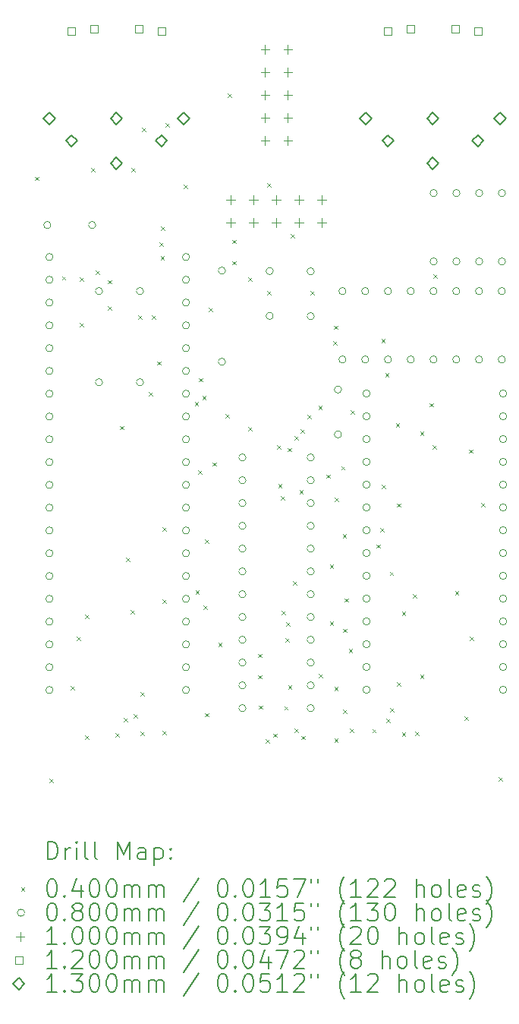
<source format=gbr>
%FSLAX45Y45*%
G04 Gerber Fmt 4.5, Leading zero omitted, Abs format (unit mm)*
G04 Created by KiCad (PCBNEW 6.0.2+dfsg-1) date 2025-05-07 23:53:28*
%MOMM*%
%LPD*%
G01*
G04 APERTURE LIST*
%ADD10C,0.200000*%
%ADD11C,0.040000*%
%ADD12C,0.080000*%
%ADD13C,0.100000*%
%ADD14C,0.120000*%
%ADD15C,0.130000*%
G04 APERTURE END LIST*
D10*
D11*
X12138840Y-6979490D02*
X12178840Y-7019490D01*
X12178840Y-6979490D02*
X12138840Y-7019490D01*
X12299760Y-13687670D02*
X12339760Y-13727670D01*
X12339760Y-13687670D02*
X12299760Y-13727670D01*
X12440230Y-8088540D02*
X12480230Y-8128540D01*
X12480230Y-8088540D02*
X12440230Y-8128540D01*
X12534650Y-12654150D02*
X12574650Y-12694150D01*
X12574650Y-12654150D02*
X12534650Y-12694150D01*
X12607340Y-12106920D02*
X12647340Y-12146920D01*
X12647340Y-12106920D02*
X12607340Y-12146920D01*
X12636460Y-8098660D02*
X12676460Y-8138660D01*
X12676460Y-8098660D02*
X12636460Y-8138660D01*
X12636460Y-8608230D02*
X12676460Y-8648230D01*
X12676460Y-8608230D02*
X12636460Y-8648230D01*
X12695020Y-11857720D02*
X12735020Y-11897720D01*
X12735020Y-11857720D02*
X12695020Y-11897720D01*
X12695020Y-13204120D02*
X12735020Y-13244120D01*
X12735020Y-13204120D02*
X12695020Y-13244120D01*
X12766390Y-6880120D02*
X12806390Y-6920120D01*
X12806390Y-6880120D02*
X12766390Y-6920120D01*
X12814790Y-8023120D02*
X12854790Y-8063120D01*
X12854790Y-8023120D02*
X12814790Y-8063120D01*
X12950380Y-8131160D02*
X12990380Y-8171160D01*
X12990380Y-8131160D02*
X12950380Y-8171160D01*
X12950380Y-8422690D02*
X12990380Y-8462690D01*
X12990380Y-8422690D02*
X12950380Y-8462690D01*
X13034570Y-13178430D02*
X13074570Y-13218430D01*
X13074570Y-13178430D02*
X13034570Y-13218430D01*
X13086630Y-9756040D02*
X13126630Y-9796040D01*
X13126630Y-9756040D02*
X13086630Y-9796040D01*
X13127850Y-13013100D02*
X13167850Y-13053100D01*
X13167850Y-13013100D02*
X13127850Y-13053100D01*
X13154450Y-11227120D02*
X13194450Y-11267120D01*
X13194450Y-11227120D02*
X13154450Y-11267120D01*
X13204370Y-11806970D02*
X13244370Y-11846970D01*
X13244370Y-11806970D02*
X13204370Y-11846970D01*
X13211800Y-6880760D02*
X13251800Y-6920760D01*
X13251800Y-6880760D02*
X13211800Y-6920760D01*
X13236690Y-12969390D02*
X13276690Y-13009390D01*
X13276690Y-12969390D02*
X13236690Y-13009390D01*
X13288600Y-8526710D02*
X13328600Y-8566710D01*
X13328600Y-8526710D02*
X13288600Y-8566710D01*
X13318150Y-12721380D02*
X13358150Y-12761380D01*
X13358150Y-12721380D02*
X13318150Y-12761380D01*
X13318150Y-13162600D02*
X13358150Y-13202600D01*
X13358150Y-13162600D02*
X13318150Y-13202600D01*
X13332800Y-6435740D02*
X13372800Y-6475740D01*
X13372800Y-6435740D02*
X13332800Y-6475740D01*
X13410750Y-9379900D02*
X13450750Y-9419900D01*
X13450750Y-9379900D02*
X13410750Y-9419900D01*
X13440280Y-8526630D02*
X13480280Y-8566630D01*
X13480280Y-8526630D02*
X13440280Y-8566630D01*
X13499700Y-9036630D02*
X13539700Y-9076630D01*
X13539700Y-9036630D02*
X13499700Y-9076630D01*
X13527310Y-7714520D02*
X13567310Y-7754520D01*
X13567310Y-7714520D02*
X13527310Y-7754520D01*
X13541290Y-7865290D02*
X13581290Y-7905290D01*
X13581290Y-7865290D02*
X13541290Y-7905290D01*
X13545670Y-7534350D02*
X13585670Y-7574350D01*
X13585670Y-7534350D02*
X13545670Y-7574350D01*
X13558750Y-13153820D02*
X13598750Y-13193820D01*
X13598750Y-13153820D02*
X13558750Y-13193820D01*
X13563110Y-10886830D02*
X13603110Y-10926830D01*
X13603110Y-10886830D02*
X13563110Y-10926830D01*
X13563110Y-11689280D02*
X13603110Y-11729280D01*
X13603110Y-11689280D02*
X13563110Y-11729280D01*
X13594400Y-6380800D02*
X13634400Y-6420800D01*
X13634400Y-6380800D02*
X13594400Y-6420800D01*
X13796490Y-7067690D02*
X13836490Y-7107690D01*
X13836490Y-7067690D02*
X13796490Y-7107690D01*
X13921910Y-9490600D02*
X13961910Y-9530600D01*
X13961910Y-9490600D02*
X13921910Y-9530600D01*
X13928760Y-11587220D02*
X13968760Y-11627220D01*
X13968760Y-11587220D02*
X13928760Y-11627220D01*
X13962090Y-10254560D02*
X14002090Y-10294560D01*
X14002090Y-10254560D02*
X13962090Y-10294560D01*
X13970710Y-9223060D02*
X14010710Y-9263060D01*
X14010710Y-9223060D02*
X13970710Y-9263060D01*
X14006440Y-9421140D02*
X14046440Y-9461140D01*
X14046440Y-9421140D02*
X14006440Y-9461140D01*
X14020670Y-11760270D02*
X14060670Y-11800270D01*
X14060670Y-11760270D02*
X14020670Y-11800270D01*
X14036190Y-11024910D02*
X14076190Y-11064910D01*
X14076190Y-11024910D02*
X14036190Y-11064910D01*
X14036380Y-12956340D02*
X14076380Y-12996340D01*
X14076380Y-12956340D02*
X14036380Y-12996340D01*
X14078380Y-8440410D02*
X14118380Y-8480410D01*
X14118380Y-8440410D02*
X14078380Y-8480410D01*
X14121070Y-10163000D02*
X14161070Y-10203000D01*
X14161070Y-10163000D02*
X14121070Y-10203000D01*
X14182500Y-12172300D02*
X14222500Y-12212300D01*
X14222500Y-12172300D02*
X14182500Y-12212300D01*
X14262750Y-9622940D02*
X14302750Y-9662940D01*
X14302750Y-9622940D02*
X14262750Y-9662940D01*
X14287410Y-6051980D02*
X14327410Y-6091980D01*
X14327410Y-6051980D02*
X14287410Y-6091980D01*
X14341150Y-7682420D02*
X14381150Y-7722420D01*
X14381150Y-7682420D02*
X14341150Y-7722420D01*
X14341150Y-7918300D02*
X14381150Y-7958300D01*
X14381150Y-7918300D02*
X14341150Y-7958300D01*
X14517220Y-9769750D02*
X14557220Y-9809750D01*
X14557220Y-9769750D02*
X14517220Y-9809750D01*
X14519520Y-8103770D02*
X14559520Y-8143770D01*
X14559520Y-8103770D02*
X14519520Y-8143770D01*
X14625750Y-12296900D02*
X14665750Y-12336900D01*
X14665750Y-12296900D02*
X14625750Y-12336900D01*
X14626760Y-12533870D02*
X14666760Y-12573870D01*
X14666760Y-12533870D02*
X14626760Y-12573870D01*
X14637230Y-12871270D02*
X14677230Y-12911270D01*
X14677230Y-12871270D02*
X14637230Y-12911270D01*
X14709930Y-13251210D02*
X14749930Y-13291210D01*
X14749930Y-13251210D02*
X14709930Y-13291210D01*
X14727560Y-7053430D02*
X14767560Y-7093430D01*
X14767560Y-7053430D02*
X14727560Y-7093430D01*
X14729320Y-8255260D02*
X14769320Y-8295260D01*
X14769320Y-8255260D02*
X14729320Y-8295260D01*
X14800460Y-13186220D02*
X14840460Y-13226220D01*
X14840460Y-13186220D02*
X14800460Y-13226220D01*
X14840410Y-9974800D02*
X14880410Y-10014800D01*
X14880410Y-9974800D02*
X14840410Y-10014800D01*
X14851760Y-10401500D02*
X14891760Y-10441500D01*
X14891760Y-10401500D02*
X14851760Y-10441500D01*
X14882570Y-10542310D02*
X14922570Y-10582310D01*
X14922570Y-10542310D02*
X14882570Y-10582310D01*
X14891680Y-11821200D02*
X14931680Y-11861200D01*
X14931680Y-11821200D02*
X14891680Y-11861200D01*
X14920000Y-12881450D02*
X14960000Y-12921450D01*
X14960000Y-12881450D02*
X14920000Y-12921450D01*
X14934160Y-12124600D02*
X14974160Y-12164600D01*
X14974160Y-12124600D02*
X14934160Y-12164600D01*
X14943050Y-11947750D02*
X14983050Y-11987750D01*
X14983050Y-11947750D02*
X14943050Y-11987750D01*
X14957950Y-10002220D02*
X14997950Y-10042220D01*
X14997950Y-10002220D02*
X14957950Y-10042220D01*
X14963700Y-12649810D02*
X15003700Y-12689810D01*
X15003700Y-12649810D02*
X14963700Y-12689810D01*
X14992530Y-7616740D02*
X15032530Y-7656740D01*
X15032530Y-7616740D02*
X14992530Y-7656740D01*
X15016000Y-11487500D02*
X15056000Y-11527500D01*
X15056000Y-11487500D02*
X15016000Y-11527500D01*
X15031600Y-9869050D02*
X15071600Y-9909050D01*
X15071600Y-9869050D02*
X15031600Y-9909050D01*
X15036390Y-13130400D02*
X15076390Y-13170400D01*
X15076390Y-13130400D02*
X15036390Y-13170400D01*
X15090590Y-10470200D02*
X15130590Y-10510200D01*
X15130590Y-10470200D02*
X15090590Y-10510200D01*
X15100340Y-9796080D02*
X15140340Y-9836080D01*
X15140340Y-9796080D02*
X15100340Y-9836080D01*
X15110800Y-13210270D02*
X15150800Y-13250270D01*
X15150800Y-13210270D02*
X15110800Y-13250270D01*
X15180760Y-9634470D02*
X15220760Y-9674470D01*
X15220760Y-9634470D02*
X15180760Y-9674470D01*
X15212400Y-8253540D02*
X15252400Y-8293540D01*
X15252400Y-8253540D02*
X15212400Y-8293540D01*
X15300310Y-9530290D02*
X15340310Y-9570290D01*
X15340310Y-9530290D02*
X15300310Y-9570290D01*
X15303390Y-12519770D02*
X15343390Y-12559770D01*
X15343390Y-12519770D02*
X15303390Y-12559770D01*
X15387670Y-10299420D02*
X15427670Y-10339420D01*
X15427670Y-10299420D02*
X15387670Y-10339420D01*
X15427260Y-11303420D02*
X15467260Y-11343420D01*
X15467260Y-11303420D02*
X15427260Y-11343420D01*
X15427260Y-11939280D02*
X15467260Y-11979280D01*
X15467260Y-11939280D02*
X15427260Y-11979280D01*
X15464570Y-8815290D02*
X15504570Y-8855290D01*
X15504570Y-8815290D02*
X15464570Y-8855290D01*
X15475700Y-8638010D02*
X15515700Y-8678010D01*
X15515700Y-8638010D02*
X15475700Y-8678010D01*
X15479000Y-12666410D02*
X15519000Y-12706410D01*
X15519000Y-12666410D02*
X15479000Y-12706410D01*
X15479000Y-13239930D02*
X15519000Y-13279930D01*
X15519000Y-13239930D02*
X15479000Y-13279930D01*
X15480360Y-10559300D02*
X15520360Y-10599300D01*
X15520360Y-10559300D02*
X15480360Y-10599300D01*
X15554300Y-10206080D02*
X15594300Y-10246080D01*
X15594300Y-10206080D02*
X15554300Y-10246080D01*
X15572320Y-10960780D02*
X15612320Y-11000780D01*
X15612320Y-10960780D02*
X15572320Y-11000780D01*
X15573460Y-12916770D02*
X15613460Y-12956770D01*
X15613460Y-12916770D02*
X15573460Y-12956770D01*
X15575680Y-12016250D02*
X15615680Y-12056250D01*
X15615680Y-12016250D02*
X15575680Y-12056250D01*
X15592270Y-11679130D02*
X15632270Y-11719130D01*
X15632270Y-11679130D02*
X15592270Y-11719130D01*
X15639900Y-12238940D02*
X15679900Y-12278940D01*
X15679900Y-12238940D02*
X15639900Y-12278940D01*
X15652230Y-13129010D02*
X15692230Y-13169010D01*
X15692230Y-13129010D02*
X15652230Y-13169010D01*
X15660280Y-9583840D02*
X15700280Y-9623840D01*
X15700280Y-9583840D02*
X15660280Y-9623840D01*
X15902700Y-13134890D02*
X15942700Y-13174890D01*
X15942700Y-13134890D02*
X15902700Y-13174890D01*
X15948620Y-11077700D02*
X15988620Y-11117700D01*
X15988620Y-11077700D02*
X15948620Y-11117700D01*
X15991520Y-10897330D02*
X16031520Y-10937330D01*
X16031520Y-10897330D02*
X15991520Y-10937330D01*
X16003970Y-8789270D02*
X16043970Y-8829270D01*
X16043970Y-8789270D02*
X16003970Y-8829270D01*
X16010210Y-10414190D02*
X16050210Y-10454190D01*
X16050210Y-10414190D02*
X16010210Y-10454190D01*
X16046650Y-9166100D02*
X16086650Y-9206100D01*
X16086650Y-9166100D02*
X16046650Y-9206100D01*
X16060470Y-13021590D02*
X16100470Y-13061590D01*
X16100470Y-13021590D02*
X16060470Y-13061590D01*
X16098190Y-11383210D02*
X16138190Y-11423210D01*
X16138190Y-11383210D02*
X16098190Y-11423210D01*
X16102910Y-12903850D02*
X16142910Y-12943850D01*
X16142910Y-12903850D02*
X16102910Y-12943850D01*
X16164660Y-9726020D02*
X16204660Y-9766020D01*
X16204660Y-9726020D02*
X16164660Y-9766020D01*
X16178020Y-10620400D02*
X16218020Y-10660400D01*
X16218020Y-10620400D02*
X16178020Y-10660400D01*
X16179100Y-12611730D02*
X16219100Y-12651730D01*
X16219100Y-12611730D02*
X16179100Y-12651730D01*
X16231830Y-13175650D02*
X16271830Y-13215650D01*
X16271830Y-13175650D02*
X16231830Y-13215650D01*
X16232120Y-11829250D02*
X16272120Y-11869250D01*
X16272120Y-11829250D02*
X16232120Y-11869250D01*
X16357080Y-11631830D02*
X16397080Y-11671830D01*
X16397080Y-11631830D02*
X16357080Y-11671830D01*
X16379490Y-13162500D02*
X16419490Y-13202500D01*
X16419490Y-13162500D02*
X16379490Y-13202500D01*
X16435760Y-12531090D02*
X16475760Y-12571090D01*
X16475760Y-12531090D02*
X16435760Y-12571090D01*
X16435940Y-9820200D02*
X16475940Y-9860200D01*
X16475940Y-9820200D02*
X16435940Y-9860200D01*
X16543970Y-9502170D02*
X16583970Y-9542170D01*
X16583970Y-9502170D02*
X16543970Y-9542170D01*
X16575340Y-9969750D02*
X16615340Y-10009750D01*
X16615340Y-9969750D02*
X16575340Y-10009750D01*
X16582900Y-8068900D02*
X16622900Y-8108900D01*
X16622900Y-8068900D02*
X16582900Y-8108900D01*
X16824460Y-11597980D02*
X16864460Y-11637980D01*
X16864460Y-11597980D02*
X16824460Y-11637980D01*
X16929410Y-12996380D02*
X16969410Y-13036380D01*
X16969410Y-12996380D02*
X16929410Y-13036380D01*
X16982020Y-10020180D02*
X17022020Y-10060180D01*
X17022020Y-10020180D02*
X16982020Y-10060180D01*
X16991050Y-12108360D02*
X17031050Y-12148360D01*
X17031050Y-12108360D02*
X16991050Y-12148360D01*
X17115030Y-10615160D02*
X17155030Y-10655160D01*
X17155030Y-10615160D02*
X17115030Y-10655160D01*
X17313360Y-13671200D02*
X17353360Y-13711200D01*
X17353360Y-13671200D02*
X17313360Y-13711200D01*
D12*
X12316200Y-7518400D02*
G75*
G03*
X12316200Y-7518400I-40000J0D01*
G01*
X12340000Y-7874000D02*
G75*
G03*
X12340000Y-7874000I-40000J0D01*
G01*
X12340000Y-8128000D02*
G75*
G03*
X12340000Y-8128000I-40000J0D01*
G01*
X12340000Y-8382000D02*
G75*
G03*
X12340000Y-8382000I-40000J0D01*
G01*
X12340000Y-8636000D02*
G75*
G03*
X12340000Y-8636000I-40000J0D01*
G01*
X12340000Y-8890000D02*
G75*
G03*
X12340000Y-8890000I-40000J0D01*
G01*
X12340000Y-9144000D02*
G75*
G03*
X12340000Y-9144000I-40000J0D01*
G01*
X12340000Y-9398000D02*
G75*
G03*
X12340000Y-9398000I-40000J0D01*
G01*
X12340000Y-9652000D02*
G75*
G03*
X12340000Y-9652000I-40000J0D01*
G01*
X12340000Y-9906000D02*
G75*
G03*
X12340000Y-9906000I-40000J0D01*
G01*
X12340000Y-10160000D02*
G75*
G03*
X12340000Y-10160000I-40000J0D01*
G01*
X12340000Y-10414000D02*
G75*
G03*
X12340000Y-10414000I-40000J0D01*
G01*
X12340000Y-10668000D02*
G75*
G03*
X12340000Y-10668000I-40000J0D01*
G01*
X12340000Y-10922000D02*
G75*
G03*
X12340000Y-10922000I-40000J0D01*
G01*
X12340000Y-11176000D02*
G75*
G03*
X12340000Y-11176000I-40000J0D01*
G01*
X12340000Y-11430000D02*
G75*
G03*
X12340000Y-11430000I-40000J0D01*
G01*
X12340000Y-11684000D02*
G75*
G03*
X12340000Y-11684000I-40000J0D01*
G01*
X12340000Y-11938000D02*
G75*
G03*
X12340000Y-11938000I-40000J0D01*
G01*
X12340000Y-12192000D02*
G75*
G03*
X12340000Y-12192000I-40000J0D01*
G01*
X12340000Y-12446000D02*
G75*
G03*
X12340000Y-12446000I-40000J0D01*
G01*
X12340000Y-12700000D02*
G75*
G03*
X12340000Y-12700000I-40000J0D01*
G01*
X12816200Y-7518400D02*
G75*
G03*
X12816200Y-7518400I-40000J0D01*
G01*
X12892400Y-8255000D02*
G75*
G03*
X12892400Y-8255000I-40000J0D01*
G01*
X12892400Y-9271000D02*
G75*
G03*
X12892400Y-9271000I-40000J0D01*
G01*
X13349600Y-8255000D02*
G75*
G03*
X13349600Y-8255000I-40000J0D01*
G01*
X13349600Y-9271000D02*
G75*
G03*
X13349600Y-9271000I-40000J0D01*
G01*
X13864000Y-7874000D02*
G75*
G03*
X13864000Y-7874000I-40000J0D01*
G01*
X13864000Y-8128000D02*
G75*
G03*
X13864000Y-8128000I-40000J0D01*
G01*
X13864000Y-8382000D02*
G75*
G03*
X13864000Y-8382000I-40000J0D01*
G01*
X13864000Y-8636000D02*
G75*
G03*
X13864000Y-8636000I-40000J0D01*
G01*
X13864000Y-8890000D02*
G75*
G03*
X13864000Y-8890000I-40000J0D01*
G01*
X13864000Y-9144000D02*
G75*
G03*
X13864000Y-9144000I-40000J0D01*
G01*
X13864000Y-9398000D02*
G75*
G03*
X13864000Y-9398000I-40000J0D01*
G01*
X13864000Y-9652000D02*
G75*
G03*
X13864000Y-9652000I-40000J0D01*
G01*
X13864000Y-9906000D02*
G75*
G03*
X13864000Y-9906000I-40000J0D01*
G01*
X13864000Y-10160000D02*
G75*
G03*
X13864000Y-10160000I-40000J0D01*
G01*
X13864000Y-10414000D02*
G75*
G03*
X13864000Y-10414000I-40000J0D01*
G01*
X13864000Y-10668000D02*
G75*
G03*
X13864000Y-10668000I-40000J0D01*
G01*
X13864000Y-10922000D02*
G75*
G03*
X13864000Y-10922000I-40000J0D01*
G01*
X13864000Y-11176000D02*
G75*
G03*
X13864000Y-11176000I-40000J0D01*
G01*
X13864000Y-11430000D02*
G75*
G03*
X13864000Y-11430000I-40000J0D01*
G01*
X13864000Y-11684000D02*
G75*
G03*
X13864000Y-11684000I-40000J0D01*
G01*
X13864000Y-11938000D02*
G75*
G03*
X13864000Y-11938000I-40000J0D01*
G01*
X13864000Y-12192000D02*
G75*
G03*
X13864000Y-12192000I-40000J0D01*
G01*
X13864000Y-12446000D02*
G75*
G03*
X13864000Y-12446000I-40000J0D01*
G01*
X13864000Y-12700000D02*
G75*
G03*
X13864000Y-12700000I-40000J0D01*
G01*
X14264000Y-8026400D02*
G75*
G03*
X14264000Y-8026400I-40000J0D01*
G01*
X14264000Y-9042400D02*
G75*
G03*
X14264000Y-9042400I-40000J0D01*
G01*
X14492600Y-10109200D02*
G75*
G03*
X14492600Y-10109200I-40000J0D01*
G01*
X14492600Y-10363200D02*
G75*
G03*
X14492600Y-10363200I-40000J0D01*
G01*
X14492600Y-10617200D02*
G75*
G03*
X14492600Y-10617200I-40000J0D01*
G01*
X14492600Y-10871200D02*
G75*
G03*
X14492600Y-10871200I-40000J0D01*
G01*
X14492600Y-11125200D02*
G75*
G03*
X14492600Y-11125200I-40000J0D01*
G01*
X14492600Y-11379200D02*
G75*
G03*
X14492600Y-11379200I-40000J0D01*
G01*
X14492600Y-11633200D02*
G75*
G03*
X14492600Y-11633200I-40000J0D01*
G01*
X14492600Y-11887200D02*
G75*
G03*
X14492600Y-11887200I-40000J0D01*
G01*
X14492600Y-12141200D02*
G75*
G03*
X14492600Y-12141200I-40000J0D01*
G01*
X14492600Y-12395200D02*
G75*
G03*
X14492600Y-12395200I-40000J0D01*
G01*
X14492600Y-12649200D02*
G75*
G03*
X14492600Y-12649200I-40000J0D01*
G01*
X14492600Y-12903200D02*
G75*
G03*
X14492600Y-12903200I-40000J0D01*
G01*
X14797400Y-8030400D02*
G75*
G03*
X14797400Y-8030400I-40000J0D01*
G01*
X14797400Y-8530400D02*
G75*
G03*
X14797400Y-8530400I-40000J0D01*
G01*
X15254600Y-8034400D02*
G75*
G03*
X15254600Y-8034400I-40000J0D01*
G01*
X15254600Y-8534400D02*
G75*
G03*
X15254600Y-8534400I-40000J0D01*
G01*
X15254600Y-10109200D02*
G75*
G03*
X15254600Y-10109200I-40000J0D01*
G01*
X15254600Y-10363200D02*
G75*
G03*
X15254600Y-10363200I-40000J0D01*
G01*
X15254600Y-10617200D02*
G75*
G03*
X15254600Y-10617200I-40000J0D01*
G01*
X15254600Y-10871200D02*
G75*
G03*
X15254600Y-10871200I-40000J0D01*
G01*
X15254600Y-11125200D02*
G75*
G03*
X15254600Y-11125200I-40000J0D01*
G01*
X15254600Y-11379200D02*
G75*
G03*
X15254600Y-11379200I-40000J0D01*
G01*
X15254600Y-11633200D02*
G75*
G03*
X15254600Y-11633200I-40000J0D01*
G01*
X15254600Y-11887200D02*
G75*
G03*
X15254600Y-11887200I-40000J0D01*
G01*
X15254600Y-12141200D02*
G75*
G03*
X15254600Y-12141200I-40000J0D01*
G01*
X15254600Y-12395200D02*
G75*
G03*
X15254600Y-12395200I-40000J0D01*
G01*
X15254600Y-12649200D02*
G75*
G03*
X15254600Y-12649200I-40000J0D01*
G01*
X15254600Y-12903200D02*
G75*
G03*
X15254600Y-12903200I-40000J0D01*
G01*
X15559400Y-9351200D02*
G75*
G03*
X15559400Y-9351200I-40000J0D01*
G01*
X15559400Y-9851200D02*
G75*
G03*
X15559400Y-9851200I-40000J0D01*
G01*
X15609200Y-8254000D02*
G75*
G03*
X15609200Y-8254000I-40000J0D01*
G01*
X15609200Y-9016000D02*
G75*
G03*
X15609200Y-9016000I-40000J0D01*
G01*
X15863200Y-8254000D02*
G75*
G03*
X15863200Y-8254000I-40000J0D01*
G01*
X15863200Y-9016000D02*
G75*
G03*
X15863200Y-9016000I-40000J0D01*
G01*
X15877500Y-9396500D02*
G75*
G03*
X15877500Y-9396500I-40000J0D01*
G01*
X15877500Y-9650500D02*
G75*
G03*
X15877500Y-9650500I-40000J0D01*
G01*
X15877500Y-9904500D02*
G75*
G03*
X15877500Y-9904500I-40000J0D01*
G01*
X15877500Y-10158500D02*
G75*
G03*
X15877500Y-10158500I-40000J0D01*
G01*
X15877500Y-10412500D02*
G75*
G03*
X15877500Y-10412500I-40000J0D01*
G01*
X15877500Y-10666500D02*
G75*
G03*
X15877500Y-10666500I-40000J0D01*
G01*
X15877500Y-10920500D02*
G75*
G03*
X15877500Y-10920500I-40000J0D01*
G01*
X15877500Y-11174500D02*
G75*
G03*
X15877500Y-11174500I-40000J0D01*
G01*
X15877500Y-11428500D02*
G75*
G03*
X15877500Y-11428500I-40000J0D01*
G01*
X15877500Y-11682500D02*
G75*
G03*
X15877500Y-11682500I-40000J0D01*
G01*
X15877500Y-11936500D02*
G75*
G03*
X15877500Y-11936500I-40000J0D01*
G01*
X15877500Y-12190500D02*
G75*
G03*
X15877500Y-12190500I-40000J0D01*
G01*
X15877500Y-12444500D02*
G75*
G03*
X15877500Y-12444500I-40000J0D01*
G01*
X15877500Y-12698500D02*
G75*
G03*
X15877500Y-12698500I-40000J0D01*
G01*
X16117200Y-8254000D02*
G75*
G03*
X16117200Y-8254000I-40000J0D01*
G01*
X16117200Y-9016000D02*
G75*
G03*
X16117200Y-9016000I-40000J0D01*
G01*
X16371200Y-8254000D02*
G75*
G03*
X16371200Y-8254000I-40000J0D01*
G01*
X16371200Y-9016000D02*
G75*
G03*
X16371200Y-9016000I-40000J0D01*
G01*
X16625200Y-8254000D02*
G75*
G03*
X16625200Y-8254000I-40000J0D01*
G01*
X16625200Y-9016000D02*
G75*
G03*
X16625200Y-9016000I-40000J0D01*
G01*
X16627200Y-7161800D02*
G75*
G03*
X16627200Y-7161800I-40000J0D01*
G01*
X16627200Y-7923800D02*
G75*
G03*
X16627200Y-7923800I-40000J0D01*
G01*
X16879200Y-8254000D02*
G75*
G03*
X16879200Y-8254000I-40000J0D01*
G01*
X16879200Y-9016000D02*
G75*
G03*
X16879200Y-9016000I-40000J0D01*
G01*
X16881200Y-7161800D02*
G75*
G03*
X16881200Y-7161800I-40000J0D01*
G01*
X16881200Y-7923800D02*
G75*
G03*
X16881200Y-7923800I-40000J0D01*
G01*
X17133200Y-8254000D02*
G75*
G03*
X17133200Y-8254000I-40000J0D01*
G01*
X17133200Y-9016000D02*
G75*
G03*
X17133200Y-9016000I-40000J0D01*
G01*
X17135200Y-7161800D02*
G75*
G03*
X17135200Y-7161800I-40000J0D01*
G01*
X17135200Y-7923800D02*
G75*
G03*
X17135200Y-7923800I-40000J0D01*
G01*
X17387200Y-8254000D02*
G75*
G03*
X17387200Y-8254000I-40000J0D01*
G01*
X17387200Y-9016000D02*
G75*
G03*
X17387200Y-9016000I-40000J0D01*
G01*
X17389200Y-7161800D02*
G75*
G03*
X17389200Y-7161800I-40000J0D01*
G01*
X17389200Y-7923800D02*
G75*
G03*
X17389200Y-7923800I-40000J0D01*
G01*
X17401500Y-9396500D02*
G75*
G03*
X17401500Y-9396500I-40000J0D01*
G01*
X17401500Y-9650500D02*
G75*
G03*
X17401500Y-9650500I-40000J0D01*
G01*
X17401500Y-9904500D02*
G75*
G03*
X17401500Y-9904500I-40000J0D01*
G01*
X17401500Y-10158500D02*
G75*
G03*
X17401500Y-10158500I-40000J0D01*
G01*
X17401500Y-10412500D02*
G75*
G03*
X17401500Y-10412500I-40000J0D01*
G01*
X17401500Y-10666500D02*
G75*
G03*
X17401500Y-10666500I-40000J0D01*
G01*
X17401500Y-10920500D02*
G75*
G03*
X17401500Y-10920500I-40000J0D01*
G01*
X17401500Y-11174500D02*
G75*
G03*
X17401500Y-11174500I-40000J0D01*
G01*
X17401500Y-11428500D02*
G75*
G03*
X17401500Y-11428500I-40000J0D01*
G01*
X17401500Y-11682500D02*
G75*
G03*
X17401500Y-11682500I-40000J0D01*
G01*
X17401500Y-11936500D02*
G75*
G03*
X17401500Y-11936500I-40000J0D01*
G01*
X17401500Y-12190500D02*
G75*
G03*
X17401500Y-12190500I-40000J0D01*
G01*
X17401500Y-12444500D02*
G75*
G03*
X17401500Y-12444500I-40000J0D01*
G01*
X17401500Y-12698500D02*
G75*
G03*
X17401500Y-12698500I-40000J0D01*
G01*
D13*
X14325100Y-7188500D02*
X14325100Y-7288500D01*
X14275100Y-7238500D02*
X14375100Y-7238500D01*
X14325100Y-7442500D02*
X14325100Y-7542500D01*
X14275100Y-7492500D02*
X14375100Y-7492500D01*
X14579100Y-7188500D02*
X14579100Y-7288500D01*
X14529100Y-7238500D02*
X14629100Y-7238500D01*
X14579100Y-7442500D02*
X14579100Y-7542500D01*
X14529100Y-7492500D02*
X14629100Y-7492500D01*
X14706600Y-5512600D02*
X14706600Y-5612600D01*
X14656600Y-5562600D02*
X14756600Y-5562600D01*
X14706600Y-5766600D02*
X14706600Y-5866600D01*
X14656600Y-5816600D02*
X14756600Y-5816600D01*
X14706600Y-6020600D02*
X14706600Y-6120600D01*
X14656600Y-6070600D02*
X14756600Y-6070600D01*
X14706600Y-6274600D02*
X14706600Y-6374600D01*
X14656600Y-6324600D02*
X14756600Y-6324600D01*
X14706600Y-6528600D02*
X14706600Y-6628600D01*
X14656600Y-6578600D02*
X14756600Y-6578600D01*
X14833100Y-7188500D02*
X14833100Y-7288500D01*
X14783100Y-7238500D02*
X14883100Y-7238500D01*
X14833100Y-7442500D02*
X14833100Y-7542500D01*
X14783100Y-7492500D02*
X14883100Y-7492500D01*
X14960600Y-5512600D02*
X14960600Y-5612600D01*
X14910600Y-5562600D02*
X15010600Y-5562600D01*
X14960600Y-5766600D02*
X14960600Y-5866600D01*
X14910600Y-5816600D02*
X15010600Y-5816600D01*
X14960600Y-6020600D02*
X14960600Y-6120600D01*
X14910600Y-6070600D02*
X15010600Y-6070600D01*
X14960600Y-6274600D02*
X14960600Y-6374600D01*
X14910600Y-6324600D02*
X15010600Y-6324600D01*
X14960600Y-6528600D02*
X14960600Y-6628600D01*
X14910600Y-6578600D02*
X15010600Y-6578600D01*
X15087100Y-7188500D02*
X15087100Y-7288500D01*
X15037100Y-7238500D02*
X15137100Y-7238500D01*
X15087100Y-7442500D02*
X15087100Y-7542500D01*
X15037100Y-7492500D02*
X15137100Y-7492500D01*
X15341100Y-7188500D02*
X15341100Y-7288500D01*
X15291100Y-7238500D02*
X15391100Y-7238500D01*
X15341100Y-7442500D02*
X15341100Y-7542500D01*
X15291100Y-7492500D02*
X15391100Y-7492500D01*
D14*
X12590027Y-5401827D02*
X12590027Y-5316973D01*
X12505173Y-5316973D01*
X12505173Y-5401827D01*
X12590027Y-5401827D01*
X12840027Y-5371827D02*
X12840027Y-5286973D01*
X12755173Y-5286973D01*
X12755173Y-5371827D01*
X12840027Y-5371827D01*
X13340027Y-5371827D02*
X13340027Y-5286973D01*
X13255173Y-5286973D01*
X13255173Y-5371827D01*
X13340027Y-5371827D01*
X13590027Y-5401827D02*
X13590027Y-5316973D01*
X13505173Y-5316973D01*
X13505173Y-5401827D01*
X13590027Y-5401827D01*
X16120627Y-5401827D02*
X16120627Y-5316973D01*
X16035773Y-5316973D01*
X16035773Y-5401827D01*
X16120627Y-5401827D01*
X16370627Y-5371827D02*
X16370627Y-5286973D01*
X16285773Y-5286973D01*
X16285773Y-5371827D01*
X16370627Y-5371827D01*
X16870627Y-5371827D02*
X16870627Y-5286973D01*
X16785773Y-5286973D01*
X16785773Y-5371827D01*
X16870627Y-5371827D01*
X17120627Y-5401827D02*
X17120627Y-5316973D01*
X17035773Y-5316973D01*
X17035773Y-5401827D01*
X17120627Y-5401827D01*
D15*
X12297600Y-6394400D02*
X12362600Y-6329400D01*
X12297600Y-6264400D01*
X12232600Y-6329400D01*
X12297600Y-6394400D01*
X12547600Y-6644400D02*
X12612600Y-6579400D01*
X12547600Y-6514400D01*
X12482600Y-6579400D01*
X12547600Y-6644400D01*
X13047600Y-6394400D02*
X13112600Y-6329400D01*
X13047600Y-6264400D01*
X12982600Y-6329400D01*
X13047600Y-6394400D01*
X13047600Y-6894400D02*
X13112600Y-6829400D01*
X13047600Y-6764400D01*
X12982600Y-6829400D01*
X13047600Y-6894400D01*
X13547600Y-6644400D02*
X13612600Y-6579400D01*
X13547600Y-6514400D01*
X13482600Y-6579400D01*
X13547600Y-6644400D01*
X13797600Y-6394400D02*
X13862600Y-6329400D01*
X13797600Y-6264400D01*
X13732600Y-6329400D01*
X13797600Y-6394400D01*
X15828200Y-6394400D02*
X15893200Y-6329400D01*
X15828200Y-6264400D01*
X15763200Y-6329400D01*
X15828200Y-6394400D01*
X16078200Y-6644400D02*
X16143200Y-6579400D01*
X16078200Y-6514400D01*
X16013200Y-6579400D01*
X16078200Y-6644400D01*
X16578200Y-6394400D02*
X16643200Y-6329400D01*
X16578200Y-6264400D01*
X16513200Y-6329400D01*
X16578200Y-6394400D01*
X16578200Y-6894400D02*
X16643200Y-6829400D01*
X16578200Y-6764400D01*
X16513200Y-6829400D01*
X16578200Y-6894400D01*
X17078200Y-6644400D02*
X17143200Y-6579400D01*
X17078200Y-6514400D01*
X17013200Y-6579400D01*
X17078200Y-6644400D01*
X17328200Y-6394400D02*
X17393200Y-6329400D01*
X17328200Y-6264400D01*
X17263200Y-6329400D01*
X17328200Y-6394400D01*
D10*
X12280429Y-14588936D02*
X12280429Y-14388936D01*
X12328048Y-14388936D01*
X12356619Y-14398460D01*
X12375667Y-14417508D01*
X12385191Y-14436555D01*
X12394715Y-14474650D01*
X12394715Y-14503222D01*
X12385191Y-14541317D01*
X12375667Y-14560365D01*
X12356619Y-14579412D01*
X12328048Y-14588936D01*
X12280429Y-14588936D01*
X12480429Y-14588936D02*
X12480429Y-14455603D01*
X12480429Y-14493698D02*
X12489953Y-14474650D01*
X12499477Y-14465127D01*
X12518524Y-14455603D01*
X12537572Y-14455603D01*
X12604238Y-14588936D02*
X12604238Y-14455603D01*
X12604238Y-14388936D02*
X12594715Y-14398460D01*
X12604238Y-14407984D01*
X12613762Y-14398460D01*
X12604238Y-14388936D01*
X12604238Y-14407984D01*
X12728048Y-14588936D02*
X12709000Y-14579412D01*
X12699477Y-14560365D01*
X12699477Y-14388936D01*
X12832810Y-14588936D02*
X12813762Y-14579412D01*
X12804238Y-14560365D01*
X12804238Y-14388936D01*
X13061381Y-14588936D02*
X13061381Y-14388936D01*
X13128048Y-14531793D01*
X13194715Y-14388936D01*
X13194715Y-14588936D01*
X13375667Y-14588936D02*
X13375667Y-14484174D01*
X13366143Y-14465127D01*
X13347096Y-14455603D01*
X13309000Y-14455603D01*
X13289953Y-14465127D01*
X13375667Y-14579412D02*
X13356619Y-14588936D01*
X13309000Y-14588936D01*
X13289953Y-14579412D01*
X13280429Y-14560365D01*
X13280429Y-14541317D01*
X13289953Y-14522269D01*
X13309000Y-14512746D01*
X13356619Y-14512746D01*
X13375667Y-14503222D01*
X13470905Y-14455603D02*
X13470905Y-14655603D01*
X13470905Y-14465127D02*
X13489953Y-14455603D01*
X13528048Y-14455603D01*
X13547096Y-14465127D01*
X13556619Y-14474650D01*
X13566143Y-14493698D01*
X13566143Y-14550841D01*
X13556619Y-14569888D01*
X13547096Y-14579412D01*
X13528048Y-14588936D01*
X13489953Y-14588936D01*
X13470905Y-14579412D01*
X13651858Y-14569888D02*
X13661381Y-14579412D01*
X13651858Y-14588936D01*
X13642334Y-14579412D01*
X13651858Y-14569888D01*
X13651858Y-14588936D01*
X13651858Y-14465127D02*
X13661381Y-14474650D01*
X13651858Y-14484174D01*
X13642334Y-14474650D01*
X13651858Y-14465127D01*
X13651858Y-14484174D01*
D11*
X11982810Y-14898460D02*
X12022810Y-14938460D01*
X12022810Y-14898460D02*
X11982810Y-14938460D01*
D10*
X12318524Y-14808936D02*
X12337572Y-14808936D01*
X12356619Y-14818460D01*
X12366143Y-14827984D01*
X12375667Y-14847031D01*
X12385191Y-14885127D01*
X12385191Y-14932746D01*
X12375667Y-14970841D01*
X12366143Y-14989888D01*
X12356619Y-14999412D01*
X12337572Y-15008936D01*
X12318524Y-15008936D01*
X12299477Y-14999412D01*
X12289953Y-14989888D01*
X12280429Y-14970841D01*
X12270905Y-14932746D01*
X12270905Y-14885127D01*
X12280429Y-14847031D01*
X12289953Y-14827984D01*
X12299477Y-14818460D01*
X12318524Y-14808936D01*
X12470905Y-14989888D02*
X12480429Y-14999412D01*
X12470905Y-15008936D01*
X12461381Y-14999412D01*
X12470905Y-14989888D01*
X12470905Y-15008936D01*
X12651858Y-14875603D02*
X12651858Y-15008936D01*
X12604238Y-14799412D02*
X12556619Y-14942269D01*
X12680429Y-14942269D01*
X12794715Y-14808936D02*
X12813762Y-14808936D01*
X12832810Y-14818460D01*
X12842334Y-14827984D01*
X12851858Y-14847031D01*
X12861381Y-14885127D01*
X12861381Y-14932746D01*
X12851858Y-14970841D01*
X12842334Y-14989888D01*
X12832810Y-14999412D01*
X12813762Y-15008936D01*
X12794715Y-15008936D01*
X12775667Y-14999412D01*
X12766143Y-14989888D01*
X12756619Y-14970841D01*
X12747096Y-14932746D01*
X12747096Y-14885127D01*
X12756619Y-14847031D01*
X12766143Y-14827984D01*
X12775667Y-14818460D01*
X12794715Y-14808936D01*
X12985191Y-14808936D02*
X13004238Y-14808936D01*
X13023286Y-14818460D01*
X13032810Y-14827984D01*
X13042334Y-14847031D01*
X13051858Y-14885127D01*
X13051858Y-14932746D01*
X13042334Y-14970841D01*
X13032810Y-14989888D01*
X13023286Y-14999412D01*
X13004238Y-15008936D01*
X12985191Y-15008936D01*
X12966143Y-14999412D01*
X12956619Y-14989888D01*
X12947096Y-14970841D01*
X12937572Y-14932746D01*
X12937572Y-14885127D01*
X12947096Y-14847031D01*
X12956619Y-14827984D01*
X12966143Y-14818460D01*
X12985191Y-14808936D01*
X13137572Y-15008936D02*
X13137572Y-14875603D01*
X13137572Y-14894650D02*
X13147096Y-14885127D01*
X13166143Y-14875603D01*
X13194715Y-14875603D01*
X13213762Y-14885127D01*
X13223286Y-14904174D01*
X13223286Y-15008936D01*
X13223286Y-14904174D02*
X13232810Y-14885127D01*
X13251858Y-14875603D01*
X13280429Y-14875603D01*
X13299477Y-14885127D01*
X13309000Y-14904174D01*
X13309000Y-15008936D01*
X13404238Y-15008936D02*
X13404238Y-14875603D01*
X13404238Y-14894650D02*
X13413762Y-14885127D01*
X13432810Y-14875603D01*
X13461381Y-14875603D01*
X13480429Y-14885127D01*
X13489953Y-14904174D01*
X13489953Y-15008936D01*
X13489953Y-14904174D02*
X13499477Y-14885127D01*
X13518524Y-14875603D01*
X13547096Y-14875603D01*
X13566143Y-14885127D01*
X13575667Y-14904174D01*
X13575667Y-15008936D01*
X13966143Y-14799412D02*
X13794715Y-15056555D01*
X14223286Y-14808936D02*
X14242334Y-14808936D01*
X14261381Y-14818460D01*
X14270905Y-14827984D01*
X14280429Y-14847031D01*
X14289953Y-14885127D01*
X14289953Y-14932746D01*
X14280429Y-14970841D01*
X14270905Y-14989888D01*
X14261381Y-14999412D01*
X14242334Y-15008936D01*
X14223286Y-15008936D01*
X14204238Y-14999412D01*
X14194715Y-14989888D01*
X14185191Y-14970841D01*
X14175667Y-14932746D01*
X14175667Y-14885127D01*
X14185191Y-14847031D01*
X14194715Y-14827984D01*
X14204238Y-14818460D01*
X14223286Y-14808936D01*
X14375667Y-14989888D02*
X14385191Y-14999412D01*
X14375667Y-15008936D01*
X14366143Y-14999412D01*
X14375667Y-14989888D01*
X14375667Y-15008936D01*
X14509000Y-14808936D02*
X14528048Y-14808936D01*
X14547096Y-14818460D01*
X14556619Y-14827984D01*
X14566143Y-14847031D01*
X14575667Y-14885127D01*
X14575667Y-14932746D01*
X14566143Y-14970841D01*
X14556619Y-14989888D01*
X14547096Y-14999412D01*
X14528048Y-15008936D01*
X14509000Y-15008936D01*
X14489953Y-14999412D01*
X14480429Y-14989888D01*
X14470905Y-14970841D01*
X14461381Y-14932746D01*
X14461381Y-14885127D01*
X14470905Y-14847031D01*
X14480429Y-14827984D01*
X14489953Y-14818460D01*
X14509000Y-14808936D01*
X14766143Y-15008936D02*
X14651858Y-15008936D01*
X14709000Y-15008936D02*
X14709000Y-14808936D01*
X14689953Y-14837508D01*
X14670905Y-14856555D01*
X14651858Y-14866079D01*
X14947096Y-14808936D02*
X14851858Y-14808936D01*
X14842334Y-14904174D01*
X14851858Y-14894650D01*
X14870905Y-14885127D01*
X14918524Y-14885127D01*
X14937572Y-14894650D01*
X14947096Y-14904174D01*
X14956619Y-14923222D01*
X14956619Y-14970841D01*
X14947096Y-14989888D01*
X14937572Y-14999412D01*
X14918524Y-15008936D01*
X14870905Y-15008936D01*
X14851858Y-14999412D01*
X14842334Y-14989888D01*
X15023286Y-14808936D02*
X15156619Y-14808936D01*
X15070905Y-15008936D01*
X15223286Y-14808936D02*
X15223286Y-14847031D01*
X15299477Y-14808936D02*
X15299477Y-14847031D01*
X15594715Y-15085127D02*
X15585191Y-15075603D01*
X15566143Y-15047031D01*
X15556619Y-15027984D01*
X15547096Y-14999412D01*
X15537572Y-14951793D01*
X15537572Y-14913698D01*
X15547096Y-14866079D01*
X15556619Y-14837508D01*
X15566143Y-14818460D01*
X15585191Y-14789888D01*
X15594715Y-14780365D01*
X15775667Y-15008936D02*
X15661381Y-15008936D01*
X15718524Y-15008936D02*
X15718524Y-14808936D01*
X15699477Y-14837508D01*
X15680429Y-14856555D01*
X15661381Y-14866079D01*
X15851858Y-14827984D02*
X15861381Y-14818460D01*
X15880429Y-14808936D01*
X15928048Y-14808936D01*
X15947096Y-14818460D01*
X15956619Y-14827984D01*
X15966143Y-14847031D01*
X15966143Y-14866079D01*
X15956619Y-14894650D01*
X15842334Y-15008936D01*
X15966143Y-15008936D01*
X16042334Y-14827984D02*
X16051858Y-14818460D01*
X16070905Y-14808936D01*
X16118524Y-14808936D01*
X16137572Y-14818460D01*
X16147096Y-14827984D01*
X16156619Y-14847031D01*
X16156619Y-14866079D01*
X16147096Y-14894650D01*
X16032810Y-15008936D01*
X16156619Y-15008936D01*
X16394715Y-15008936D02*
X16394715Y-14808936D01*
X16480429Y-15008936D02*
X16480429Y-14904174D01*
X16470905Y-14885127D01*
X16451858Y-14875603D01*
X16423286Y-14875603D01*
X16404238Y-14885127D01*
X16394715Y-14894650D01*
X16604238Y-15008936D02*
X16585191Y-14999412D01*
X16575667Y-14989888D01*
X16566143Y-14970841D01*
X16566143Y-14913698D01*
X16575667Y-14894650D01*
X16585191Y-14885127D01*
X16604238Y-14875603D01*
X16632810Y-14875603D01*
X16651858Y-14885127D01*
X16661381Y-14894650D01*
X16670905Y-14913698D01*
X16670905Y-14970841D01*
X16661381Y-14989888D01*
X16651858Y-14999412D01*
X16632810Y-15008936D01*
X16604238Y-15008936D01*
X16785191Y-15008936D02*
X16766143Y-14999412D01*
X16756619Y-14980365D01*
X16756619Y-14808936D01*
X16937572Y-14999412D02*
X16918524Y-15008936D01*
X16880429Y-15008936D01*
X16861381Y-14999412D01*
X16851858Y-14980365D01*
X16851858Y-14904174D01*
X16861381Y-14885127D01*
X16880429Y-14875603D01*
X16918524Y-14875603D01*
X16937572Y-14885127D01*
X16947096Y-14904174D01*
X16947096Y-14923222D01*
X16851858Y-14942269D01*
X17023286Y-14999412D02*
X17042334Y-15008936D01*
X17080429Y-15008936D01*
X17099477Y-14999412D01*
X17109000Y-14980365D01*
X17109000Y-14970841D01*
X17099477Y-14951793D01*
X17080429Y-14942269D01*
X17051858Y-14942269D01*
X17032810Y-14932746D01*
X17023286Y-14913698D01*
X17023286Y-14904174D01*
X17032810Y-14885127D01*
X17051858Y-14875603D01*
X17080429Y-14875603D01*
X17099477Y-14885127D01*
X17175667Y-15085127D02*
X17185191Y-15075603D01*
X17204239Y-15047031D01*
X17213762Y-15027984D01*
X17223286Y-14999412D01*
X17232810Y-14951793D01*
X17232810Y-14913698D01*
X17223286Y-14866079D01*
X17213762Y-14837508D01*
X17204239Y-14818460D01*
X17185191Y-14789888D01*
X17175667Y-14780365D01*
D12*
X12022810Y-15182460D02*
G75*
G03*
X12022810Y-15182460I-40000J0D01*
G01*
D10*
X12318524Y-15072936D02*
X12337572Y-15072936D01*
X12356619Y-15082460D01*
X12366143Y-15091984D01*
X12375667Y-15111031D01*
X12385191Y-15149127D01*
X12385191Y-15196746D01*
X12375667Y-15234841D01*
X12366143Y-15253888D01*
X12356619Y-15263412D01*
X12337572Y-15272936D01*
X12318524Y-15272936D01*
X12299477Y-15263412D01*
X12289953Y-15253888D01*
X12280429Y-15234841D01*
X12270905Y-15196746D01*
X12270905Y-15149127D01*
X12280429Y-15111031D01*
X12289953Y-15091984D01*
X12299477Y-15082460D01*
X12318524Y-15072936D01*
X12470905Y-15253888D02*
X12480429Y-15263412D01*
X12470905Y-15272936D01*
X12461381Y-15263412D01*
X12470905Y-15253888D01*
X12470905Y-15272936D01*
X12594715Y-15158650D02*
X12575667Y-15149127D01*
X12566143Y-15139603D01*
X12556619Y-15120555D01*
X12556619Y-15111031D01*
X12566143Y-15091984D01*
X12575667Y-15082460D01*
X12594715Y-15072936D01*
X12632810Y-15072936D01*
X12651858Y-15082460D01*
X12661381Y-15091984D01*
X12670905Y-15111031D01*
X12670905Y-15120555D01*
X12661381Y-15139603D01*
X12651858Y-15149127D01*
X12632810Y-15158650D01*
X12594715Y-15158650D01*
X12575667Y-15168174D01*
X12566143Y-15177698D01*
X12556619Y-15196746D01*
X12556619Y-15234841D01*
X12566143Y-15253888D01*
X12575667Y-15263412D01*
X12594715Y-15272936D01*
X12632810Y-15272936D01*
X12651858Y-15263412D01*
X12661381Y-15253888D01*
X12670905Y-15234841D01*
X12670905Y-15196746D01*
X12661381Y-15177698D01*
X12651858Y-15168174D01*
X12632810Y-15158650D01*
X12794715Y-15072936D02*
X12813762Y-15072936D01*
X12832810Y-15082460D01*
X12842334Y-15091984D01*
X12851858Y-15111031D01*
X12861381Y-15149127D01*
X12861381Y-15196746D01*
X12851858Y-15234841D01*
X12842334Y-15253888D01*
X12832810Y-15263412D01*
X12813762Y-15272936D01*
X12794715Y-15272936D01*
X12775667Y-15263412D01*
X12766143Y-15253888D01*
X12756619Y-15234841D01*
X12747096Y-15196746D01*
X12747096Y-15149127D01*
X12756619Y-15111031D01*
X12766143Y-15091984D01*
X12775667Y-15082460D01*
X12794715Y-15072936D01*
X12985191Y-15072936D02*
X13004238Y-15072936D01*
X13023286Y-15082460D01*
X13032810Y-15091984D01*
X13042334Y-15111031D01*
X13051858Y-15149127D01*
X13051858Y-15196746D01*
X13042334Y-15234841D01*
X13032810Y-15253888D01*
X13023286Y-15263412D01*
X13004238Y-15272936D01*
X12985191Y-15272936D01*
X12966143Y-15263412D01*
X12956619Y-15253888D01*
X12947096Y-15234841D01*
X12937572Y-15196746D01*
X12937572Y-15149127D01*
X12947096Y-15111031D01*
X12956619Y-15091984D01*
X12966143Y-15082460D01*
X12985191Y-15072936D01*
X13137572Y-15272936D02*
X13137572Y-15139603D01*
X13137572Y-15158650D02*
X13147096Y-15149127D01*
X13166143Y-15139603D01*
X13194715Y-15139603D01*
X13213762Y-15149127D01*
X13223286Y-15168174D01*
X13223286Y-15272936D01*
X13223286Y-15168174D02*
X13232810Y-15149127D01*
X13251858Y-15139603D01*
X13280429Y-15139603D01*
X13299477Y-15149127D01*
X13309000Y-15168174D01*
X13309000Y-15272936D01*
X13404238Y-15272936D02*
X13404238Y-15139603D01*
X13404238Y-15158650D02*
X13413762Y-15149127D01*
X13432810Y-15139603D01*
X13461381Y-15139603D01*
X13480429Y-15149127D01*
X13489953Y-15168174D01*
X13489953Y-15272936D01*
X13489953Y-15168174D02*
X13499477Y-15149127D01*
X13518524Y-15139603D01*
X13547096Y-15139603D01*
X13566143Y-15149127D01*
X13575667Y-15168174D01*
X13575667Y-15272936D01*
X13966143Y-15063412D02*
X13794715Y-15320555D01*
X14223286Y-15072936D02*
X14242334Y-15072936D01*
X14261381Y-15082460D01*
X14270905Y-15091984D01*
X14280429Y-15111031D01*
X14289953Y-15149127D01*
X14289953Y-15196746D01*
X14280429Y-15234841D01*
X14270905Y-15253888D01*
X14261381Y-15263412D01*
X14242334Y-15272936D01*
X14223286Y-15272936D01*
X14204238Y-15263412D01*
X14194715Y-15253888D01*
X14185191Y-15234841D01*
X14175667Y-15196746D01*
X14175667Y-15149127D01*
X14185191Y-15111031D01*
X14194715Y-15091984D01*
X14204238Y-15082460D01*
X14223286Y-15072936D01*
X14375667Y-15253888D02*
X14385191Y-15263412D01*
X14375667Y-15272936D01*
X14366143Y-15263412D01*
X14375667Y-15253888D01*
X14375667Y-15272936D01*
X14509000Y-15072936D02*
X14528048Y-15072936D01*
X14547096Y-15082460D01*
X14556619Y-15091984D01*
X14566143Y-15111031D01*
X14575667Y-15149127D01*
X14575667Y-15196746D01*
X14566143Y-15234841D01*
X14556619Y-15253888D01*
X14547096Y-15263412D01*
X14528048Y-15272936D01*
X14509000Y-15272936D01*
X14489953Y-15263412D01*
X14480429Y-15253888D01*
X14470905Y-15234841D01*
X14461381Y-15196746D01*
X14461381Y-15149127D01*
X14470905Y-15111031D01*
X14480429Y-15091984D01*
X14489953Y-15082460D01*
X14509000Y-15072936D01*
X14642334Y-15072936D02*
X14766143Y-15072936D01*
X14699477Y-15149127D01*
X14728048Y-15149127D01*
X14747096Y-15158650D01*
X14756619Y-15168174D01*
X14766143Y-15187222D01*
X14766143Y-15234841D01*
X14756619Y-15253888D01*
X14747096Y-15263412D01*
X14728048Y-15272936D01*
X14670905Y-15272936D01*
X14651858Y-15263412D01*
X14642334Y-15253888D01*
X14956619Y-15272936D02*
X14842334Y-15272936D01*
X14899477Y-15272936D02*
X14899477Y-15072936D01*
X14880429Y-15101508D01*
X14861381Y-15120555D01*
X14842334Y-15130079D01*
X15137572Y-15072936D02*
X15042334Y-15072936D01*
X15032810Y-15168174D01*
X15042334Y-15158650D01*
X15061381Y-15149127D01*
X15109000Y-15149127D01*
X15128048Y-15158650D01*
X15137572Y-15168174D01*
X15147096Y-15187222D01*
X15147096Y-15234841D01*
X15137572Y-15253888D01*
X15128048Y-15263412D01*
X15109000Y-15272936D01*
X15061381Y-15272936D01*
X15042334Y-15263412D01*
X15032810Y-15253888D01*
X15223286Y-15072936D02*
X15223286Y-15111031D01*
X15299477Y-15072936D02*
X15299477Y-15111031D01*
X15594715Y-15349127D02*
X15585191Y-15339603D01*
X15566143Y-15311031D01*
X15556619Y-15291984D01*
X15547096Y-15263412D01*
X15537572Y-15215793D01*
X15537572Y-15177698D01*
X15547096Y-15130079D01*
X15556619Y-15101508D01*
X15566143Y-15082460D01*
X15585191Y-15053888D01*
X15594715Y-15044365D01*
X15775667Y-15272936D02*
X15661381Y-15272936D01*
X15718524Y-15272936D02*
X15718524Y-15072936D01*
X15699477Y-15101508D01*
X15680429Y-15120555D01*
X15661381Y-15130079D01*
X15842334Y-15072936D02*
X15966143Y-15072936D01*
X15899477Y-15149127D01*
X15928048Y-15149127D01*
X15947096Y-15158650D01*
X15956619Y-15168174D01*
X15966143Y-15187222D01*
X15966143Y-15234841D01*
X15956619Y-15253888D01*
X15947096Y-15263412D01*
X15928048Y-15272936D01*
X15870905Y-15272936D01*
X15851858Y-15263412D01*
X15842334Y-15253888D01*
X16089953Y-15072936D02*
X16109000Y-15072936D01*
X16128048Y-15082460D01*
X16137572Y-15091984D01*
X16147096Y-15111031D01*
X16156619Y-15149127D01*
X16156619Y-15196746D01*
X16147096Y-15234841D01*
X16137572Y-15253888D01*
X16128048Y-15263412D01*
X16109000Y-15272936D01*
X16089953Y-15272936D01*
X16070905Y-15263412D01*
X16061381Y-15253888D01*
X16051858Y-15234841D01*
X16042334Y-15196746D01*
X16042334Y-15149127D01*
X16051858Y-15111031D01*
X16061381Y-15091984D01*
X16070905Y-15082460D01*
X16089953Y-15072936D01*
X16394715Y-15272936D02*
X16394715Y-15072936D01*
X16480429Y-15272936D02*
X16480429Y-15168174D01*
X16470905Y-15149127D01*
X16451858Y-15139603D01*
X16423286Y-15139603D01*
X16404238Y-15149127D01*
X16394715Y-15158650D01*
X16604238Y-15272936D02*
X16585191Y-15263412D01*
X16575667Y-15253888D01*
X16566143Y-15234841D01*
X16566143Y-15177698D01*
X16575667Y-15158650D01*
X16585191Y-15149127D01*
X16604238Y-15139603D01*
X16632810Y-15139603D01*
X16651858Y-15149127D01*
X16661381Y-15158650D01*
X16670905Y-15177698D01*
X16670905Y-15234841D01*
X16661381Y-15253888D01*
X16651858Y-15263412D01*
X16632810Y-15272936D01*
X16604238Y-15272936D01*
X16785191Y-15272936D02*
X16766143Y-15263412D01*
X16756619Y-15244365D01*
X16756619Y-15072936D01*
X16937572Y-15263412D02*
X16918524Y-15272936D01*
X16880429Y-15272936D01*
X16861381Y-15263412D01*
X16851858Y-15244365D01*
X16851858Y-15168174D01*
X16861381Y-15149127D01*
X16880429Y-15139603D01*
X16918524Y-15139603D01*
X16937572Y-15149127D01*
X16947096Y-15168174D01*
X16947096Y-15187222D01*
X16851858Y-15206269D01*
X17023286Y-15263412D02*
X17042334Y-15272936D01*
X17080429Y-15272936D01*
X17099477Y-15263412D01*
X17109000Y-15244365D01*
X17109000Y-15234841D01*
X17099477Y-15215793D01*
X17080429Y-15206269D01*
X17051858Y-15206269D01*
X17032810Y-15196746D01*
X17023286Y-15177698D01*
X17023286Y-15168174D01*
X17032810Y-15149127D01*
X17051858Y-15139603D01*
X17080429Y-15139603D01*
X17099477Y-15149127D01*
X17175667Y-15349127D02*
X17185191Y-15339603D01*
X17204239Y-15311031D01*
X17213762Y-15291984D01*
X17223286Y-15263412D01*
X17232810Y-15215793D01*
X17232810Y-15177698D01*
X17223286Y-15130079D01*
X17213762Y-15101508D01*
X17204239Y-15082460D01*
X17185191Y-15053888D01*
X17175667Y-15044365D01*
D13*
X11972810Y-15396460D02*
X11972810Y-15496460D01*
X11922810Y-15446460D02*
X12022810Y-15446460D01*
D10*
X12385191Y-15536936D02*
X12270905Y-15536936D01*
X12328048Y-15536936D02*
X12328048Y-15336936D01*
X12309000Y-15365508D01*
X12289953Y-15384555D01*
X12270905Y-15394079D01*
X12470905Y-15517888D02*
X12480429Y-15527412D01*
X12470905Y-15536936D01*
X12461381Y-15527412D01*
X12470905Y-15517888D01*
X12470905Y-15536936D01*
X12604238Y-15336936D02*
X12623286Y-15336936D01*
X12642334Y-15346460D01*
X12651858Y-15355984D01*
X12661381Y-15375031D01*
X12670905Y-15413127D01*
X12670905Y-15460746D01*
X12661381Y-15498841D01*
X12651858Y-15517888D01*
X12642334Y-15527412D01*
X12623286Y-15536936D01*
X12604238Y-15536936D01*
X12585191Y-15527412D01*
X12575667Y-15517888D01*
X12566143Y-15498841D01*
X12556619Y-15460746D01*
X12556619Y-15413127D01*
X12566143Y-15375031D01*
X12575667Y-15355984D01*
X12585191Y-15346460D01*
X12604238Y-15336936D01*
X12794715Y-15336936D02*
X12813762Y-15336936D01*
X12832810Y-15346460D01*
X12842334Y-15355984D01*
X12851858Y-15375031D01*
X12861381Y-15413127D01*
X12861381Y-15460746D01*
X12851858Y-15498841D01*
X12842334Y-15517888D01*
X12832810Y-15527412D01*
X12813762Y-15536936D01*
X12794715Y-15536936D01*
X12775667Y-15527412D01*
X12766143Y-15517888D01*
X12756619Y-15498841D01*
X12747096Y-15460746D01*
X12747096Y-15413127D01*
X12756619Y-15375031D01*
X12766143Y-15355984D01*
X12775667Y-15346460D01*
X12794715Y-15336936D01*
X12985191Y-15336936D02*
X13004238Y-15336936D01*
X13023286Y-15346460D01*
X13032810Y-15355984D01*
X13042334Y-15375031D01*
X13051858Y-15413127D01*
X13051858Y-15460746D01*
X13042334Y-15498841D01*
X13032810Y-15517888D01*
X13023286Y-15527412D01*
X13004238Y-15536936D01*
X12985191Y-15536936D01*
X12966143Y-15527412D01*
X12956619Y-15517888D01*
X12947096Y-15498841D01*
X12937572Y-15460746D01*
X12937572Y-15413127D01*
X12947096Y-15375031D01*
X12956619Y-15355984D01*
X12966143Y-15346460D01*
X12985191Y-15336936D01*
X13137572Y-15536936D02*
X13137572Y-15403603D01*
X13137572Y-15422650D02*
X13147096Y-15413127D01*
X13166143Y-15403603D01*
X13194715Y-15403603D01*
X13213762Y-15413127D01*
X13223286Y-15432174D01*
X13223286Y-15536936D01*
X13223286Y-15432174D02*
X13232810Y-15413127D01*
X13251858Y-15403603D01*
X13280429Y-15403603D01*
X13299477Y-15413127D01*
X13309000Y-15432174D01*
X13309000Y-15536936D01*
X13404238Y-15536936D02*
X13404238Y-15403603D01*
X13404238Y-15422650D02*
X13413762Y-15413127D01*
X13432810Y-15403603D01*
X13461381Y-15403603D01*
X13480429Y-15413127D01*
X13489953Y-15432174D01*
X13489953Y-15536936D01*
X13489953Y-15432174D02*
X13499477Y-15413127D01*
X13518524Y-15403603D01*
X13547096Y-15403603D01*
X13566143Y-15413127D01*
X13575667Y-15432174D01*
X13575667Y-15536936D01*
X13966143Y-15327412D02*
X13794715Y-15584555D01*
X14223286Y-15336936D02*
X14242334Y-15336936D01*
X14261381Y-15346460D01*
X14270905Y-15355984D01*
X14280429Y-15375031D01*
X14289953Y-15413127D01*
X14289953Y-15460746D01*
X14280429Y-15498841D01*
X14270905Y-15517888D01*
X14261381Y-15527412D01*
X14242334Y-15536936D01*
X14223286Y-15536936D01*
X14204238Y-15527412D01*
X14194715Y-15517888D01*
X14185191Y-15498841D01*
X14175667Y-15460746D01*
X14175667Y-15413127D01*
X14185191Y-15375031D01*
X14194715Y-15355984D01*
X14204238Y-15346460D01*
X14223286Y-15336936D01*
X14375667Y-15517888D02*
X14385191Y-15527412D01*
X14375667Y-15536936D01*
X14366143Y-15527412D01*
X14375667Y-15517888D01*
X14375667Y-15536936D01*
X14509000Y-15336936D02*
X14528048Y-15336936D01*
X14547096Y-15346460D01*
X14556619Y-15355984D01*
X14566143Y-15375031D01*
X14575667Y-15413127D01*
X14575667Y-15460746D01*
X14566143Y-15498841D01*
X14556619Y-15517888D01*
X14547096Y-15527412D01*
X14528048Y-15536936D01*
X14509000Y-15536936D01*
X14489953Y-15527412D01*
X14480429Y-15517888D01*
X14470905Y-15498841D01*
X14461381Y-15460746D01*
X14461381Y-15413127D01*
X14470905Y-15375031D01*
X14480429Y-15355984D01*
X14489953Y-15346460D01*
X14509000Y-15336936D01*
X14642334Y-15336936D02*
X14766143Y-15336936D01*
X14699477Y-15413127D01*
X14728048Y-15413127D01*
X14747096Y-15422650D01*
X14756619Y-15432174D01*
X14766143Y-15451222D01*
X14766143Y-15498841D01*
X14756619Y-15517888D01*
X14747096Y-15527412D01*
X14728048Y-15536936D01*
X14670905Y-15536936D01*
X14651858Y-15527412D01*
X14642334Y-15517888D01*
X14861381Y-15536936D02*
X14899477Y-15536936D01*
X14918524Y-15527412D01*
X14928048Y-15517888D01*
X14947096Y-15489317D01*
X14956619Y-15451222D01*
X14956619Y-15375031D01*
X14947096Y-15355984D01*
X14937572Y-15346460D01*
X14918524Y-15336936D01*
X14880429Y-15336936D01*
X14861381Y-15346460D01*
X14851858Y-15355984D01*
X14842334Y-15375031D01*
X14842334Y-15422650D01*
X14851858Y-15441698D01*
X14861381Y-15451222D01*
X14880429Y-15460746D01*
X14918524Y-15460746D01*
X14937572Y-15451222D01*
X14947096Y-15441698D01*
X14956619Y-15422650D01*
X15128048Y-15403603D02*
X15128048Y-15536936D01*
X15080429Y-15327412D02*
X15032810Y-15470269D01*
X15156619Y-15470269D01*
X15223286Y-15336936D02*
X15223286Y-15375031D01*
X15299477Y-15336936D02*
X15299477Y-15375031D01*
X15594715Y-15613127D02*
X15585191Y-15603603D01*
X15566143Y-15575031D01*
X15556619Y-15555984D01*
X15547096Y-15527412D01*
X15537572Y-15479793D01*
X15537572Y-15441698D01*
X15547096Y-15394079D01*
X15556619Y-15365508D01*
X15566143Y-15346460D01*
X15585191Y-15317888D01*
X15594715Y-15308365D01*
X15661381Y-15355984D02*
X15670905Y-15346460D01*
X15689953Y-15336936D01*
X15737572Y-15336936D01*
X15756619Y-15346460D01*
X15766143Y-15355984D01*
X15775667Y-15375031D01*
X15775667Y-15394079D01*
X15766143Y-15422650D01*
X15651858Y-15536936D01*
X15775667Y-15536936D01*
X15899477Y-15336936D02*
X15918524Y-15336936D01*
X15937572Y-15346460D01*
X15947096Y-15355984D01*
X15956619Y-15375031D01*
X15966143Y-15413127D01*
X15966143Y-15460746D01*
X15956619Y-15498841D01*
X15947096Y-15517888D01*
X15937572Y-15527412D01*
X15918524Y-15536936D01*
X15899477Y-15536936D01*
X15880429Y-15527412D01*
X15870905Y-15517888D01*
X15861381Y-15498841D01*
X15851858Y-15460746D01*
X15851858Y-15413127D01*
X15861381Y-15375031D01*
X15870905Y-15355984D01*
X15880429Y-15346460D01*
X15899477Y-15336936D01*
X16204238Y-15536936D02*
X16204238Y-15336936D01*
X16289953Y-15536936D02*
X16289953Y-15432174D01*
X16280429Y-15413127D01*
X16261381Y-15403603D01*
X16232810Y-15403603D01*
X16213762Y-15413127D01*
X16204238Y-15422650D01*
X16413762Y-15536936D02*
X16394715Y-15527412D01*
X16385191Y-15517888D01*
X16375667Y-15498841D01*
X16375667Y-15441698D01*
X16385191Y-15422650D01*
X16394715Y-15413127D01*
X16413762Y-15403603D01*
X16442334Y-15403603D01*
X16461381Y-15413127D01*
X16470905Y-15422650D01*
X16480429Y-15441698D01*
X16480429Y-15498841D01*
X16470905Y-15517888D01*
X16461381Y-15527412D01*
X16442334Y-15536936D01*
X16413762Y-15536936D01*
X16594715Y-15536936D02*
X16575667Y-15527412D01*
X16566143Y-15508365D01*
X16566143Y-15336936D01*
X16747096Y-15527412D02*
X16728048Y-15536936D01*
X16689953Y-15536936D01*
X16670905Y-15527412D01*
X16661381Y-15508365D01*
X16661381Y-15432174D01*
X16670905Y-15413127D01*
X16689953Y-15403603D01*
X16728048Y-15403603D01*
X16747096Y-15413127D01*
X16756619Y-15432174D01*
X16756619Y-15451222D01*
X16661381Y-15470269D01*
X16832810Y-15527412D02*
X16851858Y-15536936D01*
X16889953Y-15536936D01*
X16909000Y-15527412D01*
X16918524Y-15508365D01*
X16918524Y-15498841D01*
X16909000Y-15479793D01*
X16889953Y-15470269D01*
X16861381Y-15470269D01*
X16842334Y-15460746D01*
X16832810Y-15441698D01*
X16832810Y-15432174D01*
X16842334Y-15413127D01*
X16861381Y-15403603D01*
X16889953Y-15403603D01*
X16909000Y-15413127D01*
X16985191Y-15613127D02*
X16994715Y-15603603D01*
X17013762Y-15575031D01*
X17023286Y-15555984D01*
X17032810Y-15527412D01*
X17042334Y-15479793D01*
X17042334Y-15441698D01*
X17032810Y-15394079D01*
X17023286Y-15365508D01*
X17013762Y-15346460D01*
X16994715Y-15317888D01*
X16985191Y-15308365D01*
D14*
X12005237Y-15752887D02*
X12005237Y-15668033D01*
X11920383Y-15668033D01*
X11920383Y-15752887D01*
X12005237Y-15752887D01*
D10*
X12385191Y-15800936D02*
X12270905Y-15800936D01*
X12328048Y-15800936D02*
X12328048Y-15600936D01*
X12309000Y-15629508D01*
X12289953Y-15648555D01*
X12270905Y-15658079D01*
X12470905Y-15781888D02*
X12480429Y-15791412D01*
X12470905Y-15800936D01*
X12461381Y-15791412D01*
X12470905Y-15781888D01*
X12470905Y-15800936D01*
X12556619Y-15619984D02*
X12566143Y-15610460D01*
X12585191Y-15600936D01*
X12632810Y-15600936D01*
X12651858Y-15610460D01*
X12661381Y-15619984D01*
X12670905Y-15639031D01*
X12670905Y-15658079D01*
X12661381Y-15686650D01*
X12547096Y-15800936D01*
X12670905Y-15800936D01*
X12794715Y-15600936D02*
X12813762Y-15600936D01*
X12832810Y-15610460D01*
X12842334Y-15619984D01*
X12851858Y-15639031D01*
X12861381Y-15677127D01*
X12861381Y-15724746D01*
X12851858Y-15762841D01*
X12842334Y-15781888D01*
X12832810Y-15791412D01*
X12813762Y-15800936D01*
X12794715Y-15800936D01*
X12775667Y-15791412D01*
X12766143Y-15781888D01*
X12756619Y-15762841D01*
X12747096Y-15724746D01*
X12747096Y-15677127D01*
X12756619Y-15639031D01*
X12766143Y-15619984D01*
X12775667Y-15610460D01*
X12794715Y-15600936D01*
X12985191Y-15600936D02*
X13004238Y-15600936D01*
X13023286Y-15610460D01*
X13032810Y-15619984D01*
X13042334Y-15639031D01*
X13051858Y-15677127D01*
X13051858Y-15724746D01*
X13042334Y-15762841D01*
X13032810Y-15781888D01*
X13023286Y-15791412D01*
X13004238Y-15800936D01*
X12985191Y-15800936D01*
X12966143Y-15791412D01*
X12956619Y-15781888D01*
X12947096Y-15762841D01*
X12937572Y-15724746D01*
X12937572Y-15677127D01*
X12947096Y-15639031D01*
X12956619Y-15619984D01*
X12966143Y-15610460D01*
X12985191Y-15600936D01*
X13137572Y-15800936D02*
X13137572Y-15667603D01*
X13137572Y-15686650D02*
X13147096Y-15677127D01*
X13166143Y-15667603D01*
X13194715Y-15667603D01*
X13213762Y-15677127D01*
X13223286Y-15696174D01*
X13223286Y-15800936D01*
X13223286Y-15696174D02*
X13232810Y-15677127D01*
X13251858Y-15667603D01*
X13280429Y-15667603D01*
X13299477Y-15677127D01*
X13309000Y-15696174D01*
X13309000Y-15800936D01*
X13404238Y-15800936D02*
X13404238Y-15667603D01*
X13404238Y-15686650D02*
X13413762Y-15677127D01*
X13432810Y-15667603D01*
X13461381Y-15667603D01*
X13480429Y-15677127D01*
X13489953Y-15696174D01*
X13489953Y-15800936D01*
X13489953Y-15696174D02*
X13499477Y-15677127D01*
X13518524Y-15667603D01*
X13547096Y-15667603D01*
X13566143Y-15677127D01*
X13575667Y-15696174D01*
X13575667Y-15800936D01*
X13966143Y-15591412D02*
X13794715Y-15848555D01*
X14223286Y-15600936D02*
X14242334Y-15600936D01*
X14261381Y-15610460D01*
X14270905Y-15619984D01*
X14280429Y-15639031D01*
X14289953Y-15677127D01*
X14289953Y-15724746D01*
X14280429Y-15762841D01*
X14270905Y-15781888D01*
X14261381Y-15791412D01*
X14242334Y-15800936D01*
X14223286Y-15800936D01*
X14204238Y-15791412D01*
X14194715Y-15781888D01*
X14185191Y-15762841D01*
X14175667Y-15724746D01*
X14175667Y-15677127D01*
X14185191Y-15639031D01*
X14194715Y-15619984D01*
X14204238Y-15610460D01*
X14223286Y-15600936D01*
X14375667Y-15781888D02*
X14385191Y-15791412D01*
X14375667Y-15800936D01*
X14366143Y-15791412D01*
X14375667Y-15781888D01*
X14375667Y-15800936D01*
X14509000Y-15600936D02*
X14528048Y-15600936D01*
X14547096Y-15610460D01*
X14556619Y-15619984D01*
X14566143Y-15639031D01*
X14575667Y-15677127D01*
X14575667Y-15724746D01*
X14566143Y-15762841D01*
X14556619Y-15781888D01*
X14547096Y-15791412D01*
X14528048Y-15800936D01*
X14509000Y-15800936D01*
X14489953Y-15791412D01*
X14480429Y-15781888D01*
X14470905Y-15762841D01*
X14461381Y-15724746D01*
X14461381Y-15677127D01*
X14470905Y-15639031D01*
X14480429Y-15619984D01*
X14489953Y-15610460D01*
X14509000Y-15600936D01*
X14747096Y-15667603D02*
X14747096Y-15800936D01*
X14699477Y-15591412D02*
X14651858Y-15734269D01*
X14775667Y-15734269D01*
X14832810Y-15600936D02*
X14966143Y-15600936D01*
X14880429Y-15800936D01*
X15032810Y-15619984D02*
X15042334Y-15610460D01*
X15061381Y-15600936D01*
X15109000Y-15600936D01*
X15128048Y-15610460D01*
X15137572Y-15619984D01*
X15147096Y-15639031D01*
X15147096Y-15658079D01*
X15137572Y-15686650D01*
X15023286Y-15800936D01*
X15147096Y-15800936D01*
X15223286Y-15600936D02*
X15223286Y-15639031D01*
X15299477Y-15600936D02*
X15299477Y-15639031D01*
X15594715Y-15877127D02*
X15585191Y-15867603D01*
X15566143Y-15839031D01*
X15556619Y-15819984D01*
X15547096Y-15791412D01*
X15537572Y-15743793D01*
X15537572Y-15705698D01*
X15547096Y-15658079D01*
X15556619Y-15629508D01*
X15566143Y-15610460D01*
X15585191Y-15581888D01*
X15594715Y-15572365D01*
X15699477Y-15686650D02*
X15680429Y-15677127D01*
X15670905Y-15667603D01*
X15661381Y-15648555D01*
X15661381Y-15639031D01*
X15670905Y-15619984D01*
X15680429Y-15610460D01*
X15699477Y-15600936D01*
X15737572Y-15600936D01*
X15756619Y-15610460D01*
X15766143Y-15619984D01*
X15775667Y-15639031D01*
X15775667Y-15648555D01*
X15766143Y-15667603D01*
X15756619Y-15677127D01*
X15737572Y-15686650D01*
X15699477Y-15686650D01*
X15680429Y-15696174D01*
X15670905Y-15705698D01*
X15661381Y-15724746D01*
X15661381Y-15762841D01*
X15670905Y-15781888D01*
X15680429Y-15791412D01*
X15699477Y-15800936D01*
X15737572Y-15800936D01*
X15756619Y-15791412D01*
X15766143Y-15781888D01*
X15775667Y-15762841D01*
X15775667Y-15724746D01*
X15766143Y-15705698D01*
X15756619Y-15696174D01*
X15737572Y-15686650D01*
X16013762Y-15800936D02*
X16013762Y-15600936D01*
X16099477Y-15800936D02*
X16099477Y-15696174D01*
X16089953Y-15677127D01*
X16070905Y-15667603D01*
X16042334Y-15667603D01*
X16023286Y-15677127D01*
X16013762Y-15686650D01*
X16223286Y-15800936D02*
X16204238Y-15791412D01*
X16194715Y-15781888D01*
X16185191Y-15762841D01*
X16185191Y-15705698D01*
X16194715Y-15686650D01*
X16204238Y-15677127D01*
X16223286Y-15667603D01*
X16251858Y-15667603D01*
X16270905Y-15677127D01*
X16280429Y-15686650D01*
X16289953Y-15705698D01*
X16289953Y-15762841D01*
X16280429Y-15781888D01*
X16270905Y-15791412D01*
X16251858Y-15800936D01*
X16223286Y-15800936D01*
X16404238Y-15800936D02*
X16385191Y-15791412D01*
X16375667Y-15772365D01*
X16375667Y-15600936D01*
X16556619Y-15791412D02*
X16537572Y-15800936D01*
X16499477Y-15800936D01*
X16480429Y-15791412D01*
X16470905Y-15772365D01*
X16470905Y-15696174D01*
X16480429Y-15677127D01*
X16499477Y-15667603D01*
X16537572Y-15667603D01*
X16556619Y-15677127D01*
X16566143Y-15696174D01*
X16566143Y-15715222D01*
X16470905Y-15734269D01*
X16642334Y-15791412D02*
X16661381Y-15800936D01*
X16699477Y-15800936D01*
X16718524Y-15791412D01*
X16728048Y-15772365D01*
X16728048Y-15762841D01*
X16718524Y-15743793D01*
X16699477Y-15734269D01*
X16670905Y-15734269D01*
X16651858Y-15724746D01*
X16642334Y-15705698D01*
X16642334Y-15696174D01*
X16651858Y-15677127D01*
X16670905Y-15667603D01*
X16699477Y-15667603D01*
X16718524Y-15677127D01*
X16794715Y-15877127D02*
X16804239Y-15867603D01*
X16823286Y-15839031D01*
X16832810Y-15819984D01*
X16842334Y-15791412D01*
X16851858Y-15743793D01*
X16851858Y-15705698D01*
X16842334Y-15658079D01*
X16832810Y-15629508D01*
X16823286Y-15610460D01*
X16804239Y-15581888D01*
X16794715Y-15572365D01*
D15*
X11957810Y-16039460D02*
X12022810Y-15974460D01*
X11957810Y-15909460D01*
X11892810Y-15974460D01*
X11957810Y-16039460D01*
D10*
X12385191Y-16064936D02*
X12270905Y-16064936D01*
X12328048Y-16064936D02*
X12328048Y-15864936D01*
X12309000Y-15893508D01*
X12289953Y-15912555D01*
X12270905Y-15922079D01*
X12470905Y-16045888D02*
X12480429Y-16055412D01*
X12470905Y-16064936D01*
X12461381Y-16055412D01*
X12470905Y-16045888D01*
X12470905Y-16064936D01*
X12547096Y-15864936D02*
X12670905Y-15864936D01*
X12604238Y-15941127D01*
X12632810Y-15941127D01*
X12651858Y-15950650D01*
X12661381Y-15960174D01*
X12670905Y-15979222D01*
X12670905Y-16026841D01*
X12661381Y-16045888D01*
X12651858Y-16055412D01*
X12632810Y-16064936D01*
X12575667Y-16064936D01*
X12556619Y-16055412D01*
X12547096Y-16045888D01*
X12794715Y-15864936D02*
X12813762Y-15864936D01*
X12832810Y-15874460D01*
X12842334Y-15883984D01*
X12851858Y-15903031D01*
X12861381Y-15941127D01*
X12861381Y-15988746D01*
X12851858Y-16026841D01*
X12842334Y-16045888D01*
X12832810Y-16055412D01*
X12813762Y-16064936D01*
X12794715Y-16064936D01*
X12775667Y-16055412D01*
X12766143Y-16045888D01*
X12756619Y-16026841D01*
X12747096Y-15988746D01*
X12747096Y-15941127D01*
X12756619Y-15903031D01*
X12766143Y-15883984D01*
X12775667Y-15874460D01*
X12794715Y-15864936D01*
X12985191Y-15864936D02*
X13004238Y-15864936D01*
X13023286Y-15874460D01*
X13032810Y-15883984D01*
X13042334Y-15903031D01*
X13051858Y-15941127D01*
X13051858Y-15988746D01*
X13042334Y-16026841D01*
X13032810Y-16045888D01*
X13023286Y-16055412D01*
X13004238Y-16064936D01*
X12985191Y-16064936D01*
X12966143Y-16055412D01*
X12956619Y-16045888D01*
X12947096Y-16026841D01*
X12937572Y-15988746D01*
X12937572Y-15941127D01*
X12947096Y-15903031D01*
X12956619Y-15883984D01*
X12966143Y-15874460D01*
X12985191Y-15864936D01*
X13137572Y-16064936D02*
X13137572Y-15931603D01*
X13137572Y-15950650D02*
X13147096Y-15941127D01*
X13166143Y-15931603D01*
X13194715Y-15931603D01*
X13213762Y-15941127D01*
X13223286Y-15960174D01*
X13223286Y-16064936D01*
X13223286Y-15960174D02*
X13232810Y-15941127D01*
X13251858Y-15931603D01*
X13280429Y-15931603D01*
X13299477Y-15941127D01*
X13309000Y-15960174D01*
X13309000Y-16064936D01*
X13404238Y-16064936D02*
X13404238Y-15931603D01*
X13404238Y-15950650D02*
X13413762Y-15941127D01*
X13432810Y-15931603D01*
X13461381Y-15931603D01*
X13480429Y-15941127D01*
X13489953Y-15960174D01*
X13489953Y-16064936D01*
X13489953Y-15960174D02*
X13499477Y-15941127D01*
X13518524Y-15931603D01*
X13547096Y-15931603D01*
X13566143Y-15941127D01*
X13575667Y-15960174D01*
X13575667Y-16064936D01*
X13966143Y-15855412D02*
X13794715Y-16112555D01*
X14223286Y-15864936D02*
X14242334Y-15864936D01*
X14261381Y-15874460D01*
X14270905Y-15883984D01*
X14280429Y-15903031D01*
X14289953Y-15941127D01*
X14289953Y-15988746D01*
X14280429Y-16026841D01*
X14270905Y-16045888D01*
X14261381Y-16055412D01*
X14242334Y-16064936D01*
X14223286Y-16064936D01*
X14204238Y-16055412D01*
X14194715Y-16045888D01*
X14185191Y-16026841D01*
X14175667Y-15988746D01*
X14175667Y-15941127D01*
X14185191Y-15903031D01*
X14194715Y-15883984D01*
X14204238Y-15874460D01*
X14223286Y-15864936D01*
X14375667Y-16045888D02*
X14385191Y-16055412D01*
X14375667Y-16064936D01*
X14366143Y-16055412D01*
X14375667Y-16045888D01*
X14375667Y-16064936D01*
X14509000Y-15864936D02*
X14528048Y-15864936D01*
X14547096Y-15874460D01*
X14556619Y-15883984D01*
X14566143Y-15903031D01*
X14575667Y-15941127D01*
X14575667Y-15988746D01*
X14566143Y-16026841D01*
X14556619Y-16045888D01*
X14547096Y-16055412D01*
X14528048Y-16064936D01*
X14509000Y-16064936D01*
X14489953Y-16055412D01*
X14480429Y-16045888D01*
X14470905Y-16026841D01*
X14461381Y-15988746D01*
X14461381Y-15941127D01*
X14470905Y-15903031D01*
X14480429Y-15883984D01*
X14489953Y-15874460D01*
X14509000Y-15864936D01*
X14756619Y-15864936D02*
X14661381Y-15864936D01*
X14651858Y-15960174D01*
X14661381Y-15950650D01*
X14680429Y-15941127D01*
X14728048Y-15941127D01*
X14747096Y-15950650D01*
X14756619Y-15960174D01*
X14766143Y-15979222D01*
X14766143Y-16026841D01*
X14756619Y-16045888D01*
X14747096Y-16055412D01*
X14728048Y-16064936D01*
X14680429Y-16064936D01*
X14661381Y-16055412D01*
X14651858Y-16045888D01*
X14956619Y-16064936D02*
X14842334Y-16064936D01*
X14899477Y-16064936D02*
X14899477Y-15864936D01*
X14880429Y-15893508D01*
X14861381Y-15912555D01*
X14842334Y-15922079D01*
X15032810Y-15883984D02*
X15042334Y-15874460D01*
X15061381Y-15864936D01*
X15109000Y-15864936D01*
X15128048Y-15874460D01*
X15137572Y-15883984D01*
X15147096Y-15903031D01*
X15147096Y-15922079D01*
X15137572Y-15950650D01*
X15023286Y-16064936D01*
X15147096Y-16064936D01*
X15223286Y-15864936D02*
X15223286Y-15903031D01*
X15299477Y-15864936D02*
X15299477Y-15903031D01*
X15594715Y-16141127D02*
X15585191Y-16131603D01*
X15566143Y-16103031D01*
X15556619Y-16083984D01*
X15547096Y-16055412D01*
X15537572Y-16007793D01*
X15537572Y-15969698D01*
X15547096Y-15922079D01*
X15556619Y-15893508D01*
X15566143Y-15874460D01*
X15585191Y-15845888D01*
X15594715Y-15836365D01*
X15775667Y-16064936D02*
X15661381Y-16064936D01*
X15718524Y-16064936D02*
X15718524Y-15864936D01*
X15699477Y-15893508D01*
X15680429Y-15912555D01*
X15661381Y-15922079D01*
X15851858Y-15883984D02*
X15861381Y-15874460D01*
X15880429Y-15864936D01*
X15928048Y-15864936D01*
X15947096Y-15874460D01*
X15956619Y-15883984D01*
X15966143Y-15903031D01*
X15966143Y-15922079D01*
X15956619Y-15950650D01*
X15842334Y-16064936D01*
X15966143Y-16064936D01*
X16204238Y-16064936D02*
X16204238Y-15864936D01*
X16289953Y-16064936D02*
X16289953Y-15960174D01*
X16280429Y-15941127D01*
X16261381Y-15931603D01*
X16232810Y-15931603D01*
X16213762Y-15941127D01*
X16204238Y-15950650D01*
X16413762Y-16064936D02*
X16394715Y-16055412D01*
X16385191Y-16045888D01*
X16375667Y-16026841D01*
X16375667Y-15969698D01*
X16385191Y-15950650D01*
X16394715Y-15941127D01*
X16413762Y-15931603D01*
X16442334Y-15931603D01*
X16461381Y-15941127D01*
X16470905Y-15950650D01*
X16480429Y-15969698D01*
X16480429Y-16026841D01*
X16470905Y-16045888D01*
X16461381Y-16055412D01*
X16442334Y-16064936D01*
X16413762Y-16064936D01*
X16594715Y-16064936D02*
X16575667Y-16055412D01*
X16566143Y-16036365D01*
X16566143Y-15864936D01*
X16747096Y-16055412D02*
X16728048Y-16064936D01*
X16689953Y-16064936D01*
X16670905Y-16055412D01*
X16661381Y-16036365D01*
X16661381Y-15960174D01*
X16670905Y-15941127D01*
X16689953Y-15931603D01*
X16728048Y-15931603D01*
X16747096Y-15941127D01*
X16756619Y-15960174D01*
X16756619Y-15979222D01*
X16661381Y-15998269D01*
X16832810Y-16055412D02*
X16851858Y-16064936D01*
X16889953Y-16064936D01*
X16909000Y-16055412D01*
X16918524Y-16036365D01*
X16918524Y-16026841D01*
X16909000Y-16007793D01*
X16889953Y-15998269D01*
X16861381Y-15998269D01*
X16842334Y-15988746D01*
X16832810Y-15969698D01*
X16832810Y-15960174D01*
X16842334Y-15941127D01*
X16861381Y-15931603D01*
X16889953Y-15931603D01*
X16909000Y-15941127D01*
X16985191Y-16141127D02*
X16994715Y-16131603D01*
X17013762Y-16103031D01*
X17023286Y-16083984D01*
X17032810Y-16055412D01*
X17042334Y-16007793D01*
X17042334Y-15969698D01*
X17032810Y-15922079D01*
X17023286Y-15893508D01*
X17013762Y-15874460D01*
X16994715Y-15845888D01*
X16985191Y-15836365D01*
M02*

</source>
